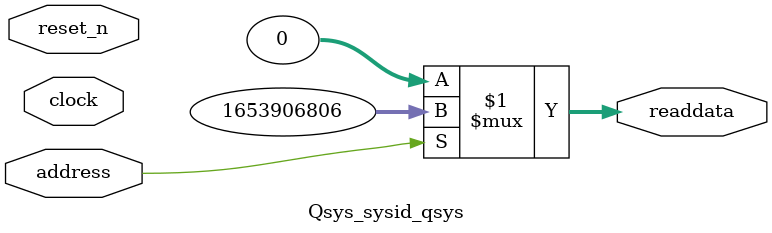
<source format=v>



// synthesis translate_off
`timescale 1ns / 1ps
// synthesis translate_on

// turn off superfluous verilog processor warnings 
// altera message_level Level1 
// altera message_off 10034 10035 10036 10037 10230 10240 10030 

module Qsys_sysid_qsys (
               // inputs:
                address,
                clock,
                reset_n,

               // outputs:
                readdata
             )
;

  output  [ 31: 0] readdata;
  input            address;
  input            clock;
  input            reset_n;

  wire    [ 31: 0] readdata;
  //control_slave, which is an e_avalon_slave
  assign readdata = address ? 1653906806 : 0;

endmodule



</source>
